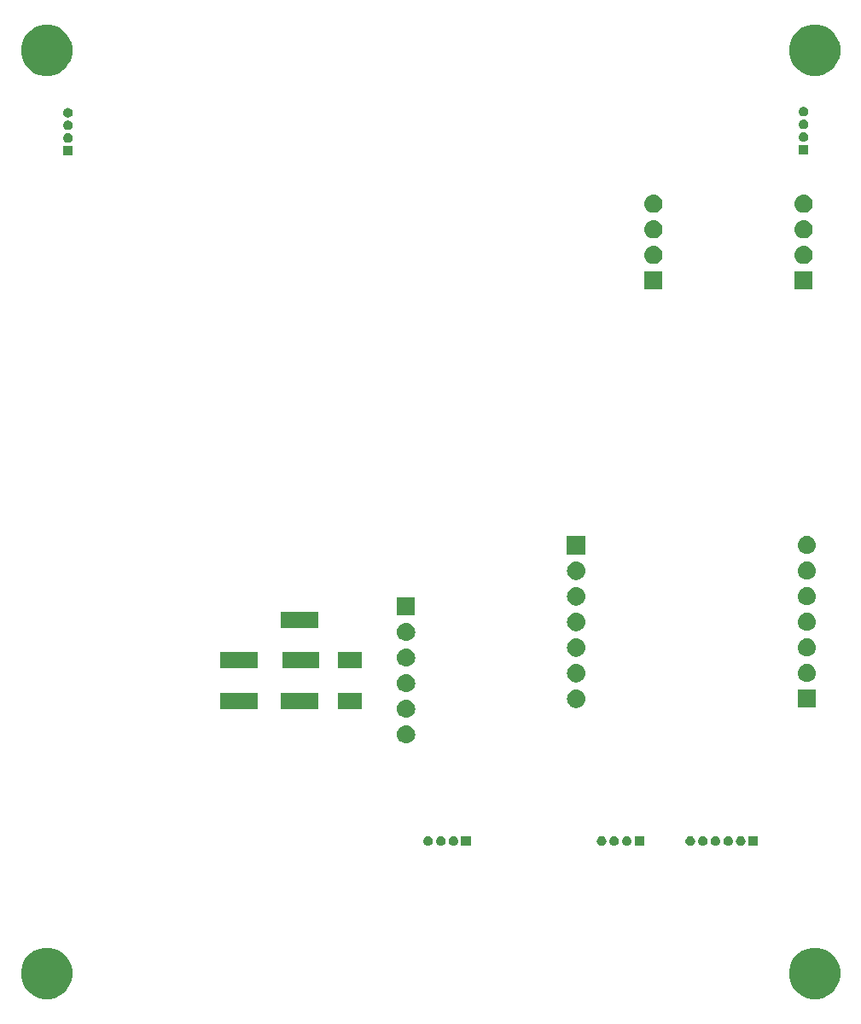
<source format=gbr>
G04 #@! TF.GenerationSoftware,KiCad,Pcbnew,(5.1.2)-2*
G04 #@! TF.CreationDate,2021-04-07T22:17:06-04:00*
G04 #@! TF.ProjectId,Magnetometer_A,4d61676e-6574-46f6-9d65-7465725f412e,rev?*
G04 #@! TF.SameCoordinates,Original*
G04 #@! TF.FileFunction,Soldermask,Top*
G04 #@! TF.FilePolarity,Negative*
%FSLAX46Y46*%
G04 Gerber Fmt 4.6, Leading zero omitted, Abs format (unit mm)*
G04 Created by KiCad (PCBNEW (5.1.2)-2) date 2021-04-07 22:17:06*
%MOMM*%
%LPD*%
G04 APERTURE LIST*
%ADD10C,0.100000*%
G04 APERTURE END LIST*
D10*
G36*
X115844098Y-125297033D02*
G01*
X116308350Y-125489332D01*
X116308352Y-125489333D01*
X116726168Y-125768509D01*
X117081491Y-126123832D01*
X117360667Y-126541648D01*
X117360668Y-126541650D01*
X117552967Y-127005902D01*
X117651000Y-127498747D01*
X117651000Y-128001253D01*
X117552967Y-128494098D01*
X117360668Y-128958350D01*
X117360667Y-128958352D01*
X117081491Y-129376168D01*
X116726168Y-129731491D01*
X116308352Y-130010667D01*
X116308351Y-130010668D01*
X116308350Y-130010668D01*
X115844098Y-130202967D01*
X115351253Y-130301000D01*
X114848747Y-130301000D01*
X114355902Y-130202967D01*
X113891650Y-130010668D01*
X113891649Y-130010668D01*
X113891648Y-130010667D01*
X113473832Y-129731491D01*
X113118509Y-129376168D01*
X112839333Y-128958352D01*
X112839332Y-128958350D01*
X112647033Y-128494098D01*
X112549000Y-128001253D01*
X112549000Y-127498747D01*
X112647033Y-127005902D01*
X112839332Y-126541650D01*
X112839333Y-126541648D01*
X113118509Y-126123832D01*
X113473832Y-125768509D01*
X113891648Y-125489333D01*
X113891650Y-125489332D01*
X114355902Y-125297033D01*
X114848747Y-125199000D01*
X115351253Y-125199000D01*
X115844098Y-125297033D01*
X115844098Y-125297033D01*
G37*
G36*
X39644098Y-125297033D02*
G01*
X40108350Y-125489332D01*
X40108352Y-125489333D01*
X40526168Y-125768509D01*
X40881491Y-126123832D01*
X41160667Y-126541648D01*
X41160668Y-126541650D01*
X41352967Y-127005902D01*
X41451000Y-127498747D01*
X41451000Y-128001253D01*
X41352967Y-128494098D01*
X41160668Y-128958350D01*
X41160667Y-128958352D01*
X40881491Y-129376168D01*
X40526168Y-129731491D01*
X40108352Y-130010667D01*
X40108351Y-130010668D01*
X40108350Y-130010668D01*
X39644098Y-130202967D01*
X39151253Y-130301000D01*
X38648747Y-130301000D01*
X38155902Y-130202967D01*
X37691650Y-130010668D01*
X37691649Y-130010668D01*
X37691648Y-130010667D01*
X37273832Y-129731491D01*
X36918509Y-129376168D01*
X36639333Y-128958352D01*
X36639332Y-128958350D01*
X36447033Y-128494098D01*
X36349000Y-128001253D01*
X36349000Y-127498747D01*
X36447033Y-127005902D01*
X36639332Y-126541650D01*
X36639333Y-126541648D01*
X36918509Y-126123832D01*
X37273832Y-125768509D01*
X37691648Y-125489333D01*
X37691650Y-125489332D01*
X38155902Y-125297033D01*
X38648747Y-125199000D01*
X39151253Y-125199000D01*
X39644098Y-125297033D01*
X39644098Y-125297033D01*
G37*
G36*
X76888843Y-114142292D02*
G01*
X76939588Y-114163311D01*
X76975470Y-114178174D01*
X77053432Y-114230267D01*
X77119733Y-114296568D01*
X77171826Y-114374530D01*
X77171826Y-114374531D01*
X77207708Y-114461157D01*
X77226000Y-114553117D01*
X77226000Y-114646883D01*
X77207708Y-114738843D01*
X77186689Y-114789588D01*
X77171826Y-114825470D01*
X77119733Y-114903432D01*
X77053432Y-114969733D01*
X76975470Y-115021826D01*
X76939588Y-115036689D01*
X76888843Y-115057708D01*
X76796883Y-115076000D01*
X76703117Y-115076000D01*
X76611157Y-115057708D01*
X76560412Y-115036689D01*
X76524530Y-115021826D01*
X76446568Y-114969733D01*
X76380267Y-114903432D01*
X76328174Y-114825470D01*
X76313311Y-114789588D01*
X76292292Y-114738843D01*
X76274000Y-114646883D01*
X76274000Y-114553117D01*
X76292292Y-114461157D01*
X76328174Y-114374531D01*
X76328174Y-114374530D01*
X76380267Y-114296568D01*
X76446568Y-114230267D01*
X76524530Y-114178174D01*
X76560412Y-114163311D01*
X76611157Y-114142292D01*
X76703117Y-114124000D01*
X76796883Y-114124000D01*
X76888843Y-114142292D01*
X76888843Y-114142292D01*
G37*
G36*
X79388843Y-114142292D02*
G01*
X79439588Y-114163311D01*
X79475470Y-114178174D01*
X79553432Y-114230267D01*
X79619733Y-114296568D01*
X79671826Y-114374530D01*
X79671826Y-114374531D01*
X79707708Y-114461157D01*
X79726000Y-114553117D01*
X79726000Y-114646883D01*
X79707708Y-114738843D01*
X79686689Y-114789588D01*
X79671826Y-114825470D01*
X79619733Y-114903432D01*
X79553432Y-114969733D01*
X79475470Y-115021826D01*
X79439588Y-115036689D01*
X79388843Y-115057708D01*
X79296883Y-115076000D01*
X79203117Y-115076000D01*
X79111157Y-115057708D01*
X79060412Y-115036689D01*
X79024530Y-115021826D01*
X78946568Y-114969733D01*
X78880267Y-114903432D01*
X78828174Y-114825470D01*
X78813311Y-114789588D01*
X78792292Y-114738843D01*
X78774000Y-114646883D01*
X78774000Y-114553117D01*
X78792292Y-114461157D01*
X78828174Y-114374531D01*
X78828174Y-114374530D01*
X78880267Y-114296568D01*
X78946568Y-114230267D01*
X79024530Y-114178174D01*
X79060412Y-114163311D01*
X79111157Y-114142292D01*
X79203117Y-114124000D01*
X79296883Y-114124000D01*
X79388843Y-114142292D01*
X79388843Y-114142292D01*
G37*
G36*
X80976000Y-115076000D02*
G01*
X80024000Y-115076000D01*
X80024000Y-114124000D01*
X80976000Y-114124000D01*
X80976000Y-115076000D01*
X80976000Y-115076000D01*
G37*
G36*
X102888843Y-114142292D02*
G01*
X102939588Y-114163311D01*
X102975470Y-114178174D01*
X103053432Y-114230267D01*
X103119733Y-114296568D01*
X103171826Y-114374530D01*
X103171826Y-114374531D01*
X103207708Y-114461157D01*
X103226000Y-114553117D01*
X103226000Y-114646883D01*
X103207708Y-114738843D01*
X103186689Y-114789588D01*
X103171826Y-114825470D01*
X103119733Y-114903432D01*
X103053432Y-114969733D01*
X102975470Y-115021826D01*
X102939588Y-115036689D01*
X102888843Y-115057708D01*
X102796883Y-115076000D01*
X102703117Y-115076000D01*
X102611157Y-115057708D01*
X102560412Y-115036689D01*
X102524530Y-115021826D01*
X102446568Y-114969733D01*
X102380267Y-114903432D01*
X102328174Y-114825470D01*
X102313311Y-114789588D01*
X102292292Y-114738843D01*
X102274000Y-114646883D01*
X102274000Y-114553117D01*
X102292292Y-114461157D01*
X102328174Y-114374531D01*
X102328174Y-114374530D01*
X102380267Y-114296568D01*
X102446568Y-114230267D01*
X102524530Y-114178174D01*
X102560412Y-114163311D01*
X102611157Y-114142292D01*
X102703117Y-114124000D01*
X102796883Y-114124000D01*
X102888843Y-114142292D01*
X102888843Y-114142292D01*
G37*
G36*
X104138843Y-114142292D02*
G01*
X104189588Y-114163311D01*
X104225470Y-114178174D01*
X104303432Y-114230267D01*
X104369733Y-114296568D01*
X104421826Y-114374530D01*
X104421826Y-114374531D01*
X104457708Y-114461157D01*
X104476000Y-114553117D01*
X104476000Y-114646883D01*
X104457708Y-114738843D01*
X104436689Y-114789588D01*
X104421826Y-114825470D01*
X104369733Y-114903432D01*
X104303432Y-114969733D01*
X104225470Y-115021826D01*
X104189588Y-115036689D01*
X104138843Y-115057708D01*
X104046883Y-115076000D01*
X103953117Y-115076000D01*
X103861157Y-115057708D01*
X103810412Y-115036689D01*
X103774530Y-115021826D01*
X103696568Y-114969733D01*
X103630267Y-114903432D01*
X103578174Y-114825470D01*
X103563311Y-114789588D01*
X103542292Y-114738843D01*
X103524000Y-114646883D01*
X103524000Y-114553117D01*
X103542292Y-114461157D01*
X103578174Y-114374531D01*
X103578174Y-114374530D01*
X103630267Y-114296568D01*
X103696568Y-114230267D01*
X103774530Y-114178174D01*
X103810412Y-114163311D01*
X103861157Y-114142292D01*
X103953117Y-114124000D01*
X104046883Y-114124000D01*
X104138843Y-114142292D01*
X104138843Y-114142292D01*
G37*
G36*
X105388843Y-114142292D02*
G01*
X105439588Y-114163311D01*
X105475470Y-114178174D01*
X105553432Y-114230267D01*
X105619733Y-114296568D01*
X105671826Y-114374530D01*
X105671826Y-114374531D01*
X105707708Y-114461157D01*
X105726000Y-114553117D01*
X105726000Y-114646883D01*
X105707708Y-114738843D01*
X105686689Y-114789588D01*
X105671826Y-114825470D01*
X105619733Y-114903432D01*
X105553432Y-114969733D01*
X105475470Y-115021826D01*
X105439588Y-115036689D01*
X105388843Y-115057708D01*
X105296883Y-115076000D01*
X105203117Y-115076000D01*
X105111157Y-115057708D01*
X105060412Y-115036689D01*
X105024530Y-115021826D01*
X104946568Y-114969733D01*
X104880267Y-114903432D01*
X104828174Y-114825470D01*
X104813311Y-114789588D01*
X104792292Y-114738843D01*
X104774000Y-114646883D01*
X104774000Y-114553117D01*
X104792292Y-114461157D01*
X104828174Y-114374531D01*
X104828174Y-114374530D01*
X104880267Y-114296568D01*
X104946568Y-114230267D01*
X105024530Y-114178174D01*
X105060412Y-114163311D01*
X105111157Y-114142292D01*
X105203117Y-114124000D01*
X105296883Y-114124000D01*
X105388843Y-114142292D01*
X105388843Y-114142292D01*
G37*
G36*
X106638843Y-114142292D02*
G01*
X106689588Y-114163311D01*
X106725470Y-114178174D01*
X106803432Y-114230267D01*
X106869733Y-114296568D01*
X106921826Y-114374530D01*
X106921826Y-114374531D01*
X106957708Y-114461157D01*
X106976000Y-114553117D01*
X106976000Y-114646883D01*
X106957708Y-114738843D01*
X106936689Y-114789588D01*
X106921826Y-114825470D01*
X106869733Y-114903432D01*
X106803432Y-114969733D01*
X106725470Y-115021826D01*
X106689588Y-115036689D01*
X106638843Y-115057708D01*
X106546883Y-115076000D01*
X106453117Y-115076000D01*
X106361157Y-115057708D01*
X106310412Y-115036689D01*
X106274530Y-115021826D01*
X106196568Y-114969733D01*
X106130267Y-114903432D01*
X106078174Y-114825470D01*
X106063311Y-114789588D01*
X106042292Y-114738843D01*
X106024000Y-114646883D01*
X106024000Y-114553117D01*
X106042292Y-114461157D01*
X106078174Y-114374531D01*
X106078174Y-114374530D01*
X106130267Y-114296568D01*
X106196568Y-114230267D01*
X106274530Y-114178174D01*
X106310412Y-114163311D01*
X106361157Y-114142292D01*
X106453117Y-114124000D01*
X106546883Y-114124000D01*
X106638843Y-114142292D01*
X106638843Y-114142292D01*
G37*
G36*
X109476000Y-115076000D02*
G01*
X108524000Y-115076000D01*
X108524000Y-114124000D01*
X109476000Y-114124000D01*
X109476000Y-115076000D01*
X109476000Y-115076000D01*
G37*
G36*
X98176000Y-115076000D02*
G01*
X97224000Y-115076000D01*
X97224000Y-114124000D01*
X98176000Y-114124000D01*
X98176000Y-115076000D01*
X98176000Y-115076000D01*
G37*
G36*
X96588843Y-114142292D02*
G01*
X96639588Y-114163311D01*
X96675470Y-114178174D01*
X96753432Y-114230267D01*
X96819733Y-114296568D01*
X96871826Y-114374530D01*
X96871826Y-114374531D01*
X96907708Y-114461157D01*
X96926000Y-114553117D01*
X96926000Y-114646883D01*
X96907708Y-114738843D01*
X96886689Y-114789588D01*
X96871826Y-114825470D01*
X96819733Y-114903432D01*
X96753432Y-114969733D01*
X96675470Y-115021826D01*
X96639588Y-115036689D01*
X96588843Y-115057708D01*
X96496883Y-115076000D01*
X96403117Y-115076000D01*
X96311157Y-115057708D01*
X96260412Y-115036689D01*
X96224530Y-115021826D01*
X96146568Y-114969733D01*
X96080267Y-114903432D01*
X96028174Y-114825470D01*
X96013311Y-114789588D01*
X95992292Y-114738843D01*
X95974000Y-114646883D01*
X95974000Y-114553117D01*
X95992292Y-114461157D01*
X96028174Y-114374531D01*
X96028174Y-114374530D01*
X96080267Y-114296568D01*
X96146568Y-114230267D01*
X96224530Y-114178174D01*
X96260412Y-114163311D01*
X96311157Y-114142292D01*
X96403117Y-114124000D01*
X96496883Y-114124000D01*
X96588843Y-114142292D01*
X96588843Y-114142292D01*
G37*
G36*
X95338843Y-114142292D02*
G01*
X95389588Y-114163311D01*
X95425470Y-114178174D01*
X95503432Y-114230267D01*
X95569733Y-114296568D01*
X95621826Y-114374530D01*
X95621826Y-114374531D01*
X95657708Y-114461157D01*
X95676000Y-114553117D01*
X95676000Y-114646883D01*
X95657708Y-114738843D01*
X95636689Y-114789588D01*
X95621826Y-114825470D01*
X95569733Y-114903432D01*
X95503432Y-114969733D01*
X95425470Y-115021826D01*
X95389588Y-115036689D01*
X95338843Y-115057708D01*
X95246883Y-115076000D01*
X95153117Y-115076000D01*
X95061157Y-115057708D01*
X95010412Y-115036689D01*
X94974530Y-115021826D01*
X94896568Y-114969733D01*
X94830267Y-114903432D01*
X94778174Y-114825470D01*
X94763311Y-114789588D01*
X94742292Y-114738843D01*
X94724000Y-114646883D01*
X94724000Y-114553117D01*
X94742292Y-114461157D01*
X94778174Y-114374531D01*
X94778174Y-114374530D01*
X94830267Y-114296568D01*
X94896568Y-114230267D01*
X94974530Y-114178174D01*
X95010412Y-114163311D01*
X95061157Y-114142292D01*
X95153117Y-114124000D01*
X95246883Y-114124000D01*
X95338843Y-114142292D01*
X95338843Y-114142292D01*
G37*
G36*
X94088843Y-114142292D02*
G01*
X94139588Y-114163311D01*
X94175470Y-114178174D01*
X94253432Y-114230267D01*
X94319733Y-114296568D01*
X94371826Y-114374530D01*
X94371826Y-114374531D01*
X94407708Y-114461157D01*
X94426000Y-114553117D01*
X94426000Y-114646883D01*
X94407708Y-114738843D01*
X94386689Y-114789588D01*
X94371826Y-114825470D01*
X94319733Y-114903432D01*
X94253432Y-114969733D01*
X94175470Y-115021826D01*
X94139588Y-115036689D01*
X94088843Y-115057708D01*
X93996883Y-115076000D01*
X93903117Y-115076000D01*
X93811157Y-115057708D01*
X93760412Y-115036689D01*
X93724530Y-115021826D01*
X93646568Y-114969733D01*
X93580267Y-114903432D01*
X93528174Y-114825470D01*
X93513311Y-114789588D01*
X93492292Y-114738843D01*
X93474000Y-114646883D01*
X93474000Y-114553117D01*
X93492292Y-114461157D01*
X93528174Y-114374531D01*
X93528174Y-114374530D01*
X93580267Y-114296568D01*
X93646568Y-114230267D01*
X93724530Y-114178174D01*
X93760412Y-114163311D01*
X93811157Y-114142292D01*
X93903117Y-114124000D01*
X93996883Y-114124000D01*
X94088843Y-114142292D01*
X94088843Y-114142292D01*
G37*
G36*
X107888843Y-114142292D02*
G01*
X107939588Y-114163311D01*
X107975470Y-114178174D01*
X108053432Y-114230267D01*
X108119733Y-114296568D01*
X108171826Y-114374530D01*
X108171826Y-114374531D01*
X108207708Y-114461157D01*
X108226000Y-114553117D01*
X108226000Y-114646883D01*
X108207708Y-114738843D01*
X108186689Y-114789588D01*
X108171826Y-114825470D01*
X108119733Y-114903432D01*
X108053432Y-114969733D01*
X107975470Y-115021826D01*
X107939588Y-115036689D01*
X107888843Y-115057708D01*
X107796883Y-115076000D01*
X107703117Y-115076000D01*
X107611157Y-115057708D01*
X107560412Y-115036689D01*
X107524530Y-115021826D01*
X107446568Y-114969733D01*
X107380267Y-114903432D01*
X107328174Y-114825470D01*
X107313311Y-114789588D01*
X107292292Y-114738843D01*
X107274000Y-114646883D01*
X107274000Y-114553117D01*
X107292292Y-114461157D01*
X107328174Y-114374531D01*
X107328174Y-114374530D01*
X107380267Y-114296568D01*
X107446568Y-114230267D01*
X107524530Y-114178174D01*
X107560412Y-114163311D01*
X107611157Y-114142292D01*
X107703117Y-114124000D01*
X107796883Y-114124000D01*
X107888843Y-114142292D01*
X107888843Y-114142292D01*
G37*
G36*
X78138843Y-114142292D02*
G01*
X78189588Y-114163311D01*
X78225470Y-114178174D01*
X78303432Y-114230267D01*
X78369733Y-114296568D01*
X78421826Y-114374530D01*
X78421826Y-114374531D01*
X78457708Y-114461157D01*
X78476000Y-114553117D01*
X78476000Y-114646883D01*
X78457708Y-114738843D01*
X78436689Y-114789588D01*
X78421826Y-114825470D01*
X78369733Y-114903432D01*
X78303432Y-114969733D01*
X78225470Y-115021826D01*
X78189588Y-115036689D01*
X78138843Y-115057708D01*
X78046883Y-115076000D01*
X77953117Y-115076000D01*
X77861157Y-115057708D01*
X77810412Y-115036689D01*
X77774530Y-115021826D01*
X77696568Y-114969733D01*
X77630267Y-114903432D01*
X77578174Y-114825470D01*
X77563311Y-114789588D01*
X77542292Y-114738843D01*
X77524000Y-114646883D01*
X77524000Y-114553117D01*
X77542292Y-114461157D01*
X77578174Y-114374531D01*
X77578174Y-114374530D01*
X77630267Y-114296568D01*
X77696568Y-114230267D01*
X77774530Y-114178174D01*
X77810412Y-114163311D01*
X77861157Y-114142292D01*
X77953117Y-114124000D01*
X78046883Y-114124000D01*
X78138843Y-114142292D01*
X78138843Y-114142292D01*
G37*
G36*
X74660442Y-103135518D02*
G01*
X74726627Y-103142037D01*
X74896466Y-103193557D01*
X75052991Y-103277222D01*
X75088729Y-103306552D01*
X75190186Y-103389814D01*
X75273448Y-103491271D01*
X75302778Y-103527009D01*
X75386443Y-103683534D01*
X75437963Y-103853373D01*
X75455359Y-104030000D01*
X75437963Y-104206627D01*
X75386443Y-104376466D01*
X75302778Y-104532991D01*
X75273448Y-104568729D01*
X75190186Y-104670186D01*
X75088729Y-104753448D01*
X75052991Y-104782778D01*
X74896466Y-104866443D01*
X74726627Y-104917963D01*
X74660442Y-104924482D01*
X74594260Y-104931000D01*
X74505740Y-104931000D01*
X74439557Y-104924481D01*
X74373373Y-104917963D01*
X74203534Y-104866443D01*
X74047009Y-104782778D01*
X74011271Y-104753448D01*
X73909814Y-104670186D01*
X73826552Y-104568729D01*
X73797222Y-104532991D01*
X73713557Y-104376466D01*
X73662037Y-104206627D01*
X73644641Y-104030000D01*
X73662037Y-103853373D01*
X73713557Y-103683534D01*
X73797222Y-103527009D01*
X73826552Y-103491271D01*
X73909814Y-103389814D01*
X74011271Y-103306552D01*
X74047009Y-103277222D01*
X74203534Y-103193557D01*
X74373373Y-103142037D01*
X74439558Y-103135518D01*
X74505740Y-103129000D01*
X74594260Y-103129000D01*
X74660442Y-103135518D01*
X74660442Y-103135518D01*
G37*
G36*
X74660442Y-100595518D02*
G01*
X74726627Y-100602037D01*
X74896466Y-100653557D01*
X75052991Y-100737222D01*
X75088729Y-100766552D01*
X75190186Y-100849814D01*
X75273448Y-100951271D01*
X75302778Y-100987009D01*
X75386443Y-101143534D01*
X75437963Y-101313373D01*
X75455359Y-101490000D01*
X75437963Y-101666627D01*
X75386443Y-101836466D01*
X75302778Y-101992991D01*
X75273448Y-102028729D01*
X75190186Y-102130186D01*
X75088729Y-102213448D01*
X75052991Y-102242778D01*
X74896466Y-102326443D01*
X74726627Y-102377963D01*
X74660443Y-102384481D01*
X74594260Y-102391000D01*
X74505740Y-102391000D01*
X74439558Y-102384482D01*
X74373373Y-102377963D01*
X74203534Y-102326443D01*
X74047009Y-102242778D01*
X74011271Y-102213448D01*
X73909814Y-102130186D01*
X73826552Y-102028729D01*
X73797222Y-101992991D01*
X73713557Y-101836466D01*
X73662037Y-101666627D01*
X73644641Y-101490000D01*
X73662037Y-101313373D01*
X73713557Y-101143534D01*
X73797222Y-100987009D01*
X73826552Y-100951271D01*
X73909814Y-100849814D01*
X74011271Y-100766552D01*
X74047009Y-100737222D01*
X74203534Y-100653557D01*
X74373373Y-100602037D01*
X74439557Y-100595519D01*
X74505740Y-100589000D01*
X74594260Y-100589000D01*
X74660442Y-100595518D01*
X74660442Y-100595518D01*
G37*
G36*
X59851000Y-101501000D02*
G01*
X56149000Y-101501000D01*
X56149000Y-99899000D01*
X59851000Y-99899000D01*
X59851000Y-101501000D01*
X59851000Y-101501000D01*
G37*
G36*
X65851000Y-101501000D02*
G01*
X62149000Y-101501000D01*
X62149000Y-99899000D01*
X65851000Y-99899000D01*
X65851000Y-101501000D01*
X65851000Y-101501000D01*
G37*
G36*
X70201000Y-101501000D02*
G01*
X67799000Y-101501000D01*
X67799000Y-99899000D01*
X70201000Y-99899000D01*
X70201000Y-101501000D01*
X70201000Y-101501000D01*
G37*
G36*
X91530442Y-99615518D02*
G01*
X91596627Y-99622037D01*
X91766466Y-99673557D01*
X91922991Y-99757222D01*
X91958595Y-99786442D01*
X92060186Y-99869814D01*
X92143448Y-99971271D01*
X92172778Y-100007009D01*
X92256443Y-100163534D01*
X92307963Y-100333373D01*
X92325359Y-100510000D01*
X92307963Y-100686627D01*
X92256443Y-100856466D01*
X92172778Y-101012991D01*
X92143448Y-101048729D01*
X92060186Y-101150186D01*
X91958729Y-101233448D01*
X91922991Y-101262778D01*
X91766466Y-101346443D01*
X91596627Y-101397963D01*
X91530443Y-101404481D01*
X91464260Y-101411000D01*
X91375740Y-101411000D01*
X91309557Y-101404481D01*
X91243373Y-101397963D01*
X91073534Y-101346443D01*
X90917009Y-101262778D01*
X90881271Y-101233448D01*
X90779814Y-101150186D01*
X90696552Y-101048729D01*
X90667222Y-101012991D01*
X90583557Y-100856466D01*
X90532037Y-100686627D01*
X90514641Y-100510000D01*
X90532037Y-100333373D01*
X90583557Y-100163534D01*
X90667222Y-100007009D01*
X90696552Y-99971271D01*
X90779814Y-99869814D01*
X90881405Y-99786442D01*
X90917009Y-99757222D01*
X91073534Y-99673557D01*
X91243373Y-99622037D01*
X91309558Y-99615518D01*
X91375740Y-99609000D01*
X91464260Y-99609000D01*
X91530442Y-99615518D01*
X91530442Y-99615518D01*
G37*
G36*
X115221000Y-101381000D02*
G01*
X113419000Y-101381000D01*
X113419000Y-99579000D01*
X115221000Y-99579000D01*
X115221000Y-101381000D01*
X115221000Y-101381000D01*
G37*
G36*
X74660443Y-98055519D02*
G01*
X74726627Y-98062037D01*
X74896466Y-98113557D01*
X75052991Y-98197222D01*
X75088729Y-98226552D01*
X75190186Y-98309814D01*
X75273448Y-98411271D01*
X75302778Y-98447009D01*
X75386443Y-98603534D01*
X75437963Y-98773373D01*
X75455359Y-98950000D01*
X75437963Y-99126627D01*
X75386443Y-99296466D01*
X75302778Y-99452991D01*
X75273448Y-99488729D01*
X75190186Y-99590186D01*
X75088729Y-99673448D01*
X75052991Y-99702778D01*
X74896466Y-99786443D01*
X74726627Y-99837963D01*
X74660442Y-99844482D01*
X74594260Y-99851000D01*
X74505740Y-99851000D01*
X74439558Y-99844482D01*
X74373373Y-99837963D01*
X74203534Y-99786443D01*
X74047009Y-99702778D01*
X74011271Y-99673448D01*
X73909814Y-99590186D01*
X73826552Y-99488729D01*
X73797222Y-99452991D01*
X73713557Y-99296466D01*
X73662037Y-99126627D01*
X73644641Y-98950000D01*
X73662037Y-98773373D01*
X73713557Y-98603534D01*
X73797222Y-98447009D01*
X73826552Y-98411271D01*
X73909814Y-98309814D01*
X74011271Y-98226552D01*
X74047009Y-98197222D01*
X74203534Y-98113557D01*
X74373373Y-98062037D01*
X74439557Y-98055519D01*
X74505740Y-98049000D01*
X74594260Y-98049000D01*
X74660443Y-98055519D01*
X74660443Y-98055519D01*
G37*
G36*
X91530443Y-97075519D02*
G01*
X91596627Y-97082037D01*
X91766466Y-97133557D01*
X91922991Y-97217222D01*
X91958595Y-97246442D01*
X92060186Y-97329814D01*
X92143448Y-97431271D01*
X92172778Y-97467009D01*
X92172779Y-97467011D01*
X92240407Y-97593532D01*
X92256443Y-97623534D01*
X92307963Y-97793373D01*
X92325359Y-97970000D01*
X92307963Y-98146627D01*
X92256443Y-98316466D01*
X92172778Y-98472991D01*
X92143448Y-98508729D01*
X92060186Y-98610186D01*
X91959546Y-98692778D01*
X91922991Y-98722778D01*
X91922989Y-98722779D01*
X91822594Y-98776442D01*
X91766466Y-98806443D01*
X91596627Y-98857963D01*
X91530443Y-98864481D01*
X91464260Y-98871000D01*
X91375740Y-98871000D01*
X91309558Y-98864482D01*
X91243373Y-98857963D01*
X91073534Y-98806443D01*
X91017407Y-98776442D01*
X90917011Y-98722779D01*
X90917009Y-98722778D01*
X90880454Y-98692778D01*
X90779814Y-98610186D01*
X90696552Y-98508729D01*
X90667222Y-98472991D01*
X90583557Y-98316466D01*
X90532037Y-98146627D01*
X90514641Y-97970000D01*
X90532037Y-97793373D01*
X90583557Y-97623534D01*
X90599594Y-97593532D01*
X90667221Y-97467011D01*
X90667222Y-97467009D01*
X90696552Y-97431271D01*
X90779814Y-97329814D01*
X90881405Y-97246442D01*
X90917009Y-97217222D01*
X91073534Y-97133557D01*
X91243373Y-97082037D01*
X91309557Y-97075519D01*
X91375740Y-97069000D01*
X91464260Y-97069000D01*
X91530443Y-97075519D01*
X91530443Y-97075519D01*
G37*
G36*
X114430443Y-97045519D02*
G01*
X114496627Y-97052037D01*
X114666466Y-97103557D01*
X114666468Y-97103558D01*
X114744729Y-97145390D01*
X114822991Y-97187222D01*
X114858729Y-97216552D01*
X114960186Y-97299814D01*
X115043448Y-97401271D01*
X115072778Y-97437009D01*
X115156443Y-97593534D01*
X115207963Y-97763373D01*
X115225359Y-97940000D01*
X115207963Y-98116627D01*
X115156443Y-98286466D01*
X115156442Y-98286468D01*
X115114610Y-98364729D01*
X115072778Y-98442991D01*
X115048159Y-98472989D01*
X114960186Y-98580186D01*
X114858729Y-98663448D01*
X114822991Y-98692778D01*
X114666466Y-98776443D01*
X114496627Y-98827963D01*
X114430442Y-98834482D01*
X114364260Y-98841000D01*
X114275740Y-98841000D01*
X114209558Y-98834482D01*
X114143373Y-98827963D01*
X113973534Y-98776443D01*
X113817009Y-98692778D01*
X113781271Y-98663448D01*
X113679814Y-98580186D01*
X113591841Y-98472989D01*
X113567222Y-98442991D01*
X113525390Y-98364729D01*
X113483558Y-98286468D01*
X113483557Y-98286466D01*
X113432037Y-98116627D01*
X113414641Y-97940000D01*
X113432037Y-97763373D01*
X113483557Y-97593534D01*
X113567222Y-97437009D01*
X113596552Y-97401271D01*
X113679814Y-97299814D01*
X113781271Y-97216552D01*
X113817009Y-97187222D01*
X113895271Y-97145390D01*
X113973532Y-97103558D01*
X113973534Y-97103557D01*
X114143373Y-97052037D01*
X114209557Y-97045519D01*
X114275740Y-97039000D01*
X114364260Y-97039000D01*
X114430443Y-97045519D01*
X114430443Y-97045519D01*
G37*
G36*
X59851000Y-97501000D02*
G01*
X56149000Y-97501000D01*
X56149000Y-95899000D01*
X59851000Y-95899000D01*
X59851000Y-97501000D01*
X59851000Y-97501000D01*
G37*
G36*
X70201000Y-97501000D02*
G01*
X67799000Y-97501000D01*
X67799000Y-95899000D01*
X70201000Y-95899000D01*
X70201000Y-97501000D01*
X70201000Y-97501000D01*
G37*
G36*
X65951000Y-97501000D02*
G01*
X62249000Y-97501000D01*
X62249000Y-95899000D01*
X65951000Y-95899000D01*
X65951000Y-97501000D01*
X65951000Y-97501000D01*
G37*
G36*
X74660442Y-95515518D02*
G01*
X74726627Y-95522037D01*
X74896466Y-95573557D01*
X75052991Y-95657222D01*
X75088729Y-95686552D01*
X75190186Y-95769814D01*
X75273448Y-95871271D01*
X75302778Y-95907009D01*
X75386443Y-96063534D01*
X75437963Y-96233373D01*
X75455359Y-96410000D01*
X75437963Y-96586627D01*
X75386443Y-96756466D01*
X75302778Y-96912991D01*
X75273448Y-96948729D01*
X75190186Y-97050186D01*
X75088729Y-97133448D01*
X75052991Y-97162778D01*
X74896466Y-97246443D01*
X74726627Y-97297963D01*
X74660443Y-97304481D01*
X74594260Y-97311000D01*
X74505740Y-97311000D01*
X74439557Y-97304481D01*
X74373373Y-97297963D01*
X74203534Y-97246443D01*
X74047009Y-97162778D01*
X74011271Y-97133448D01*
X73909814Y-97050186D01*
X73826552Y-96948729D01*
X73797222Y-96912991D01*
X73713557Y-96756466D01*
X73662037Y-96586627D01*
X73644641Y-96410000D01*
X73662037Y-96233373D01*
X73713557Y-96063534D01*
X73797222Y-95907009D01*
X73826552Y-95871271D01*
X73909814Y-95769814D01*
X74011271Y-95686552D01*
X74047009Y-95657222D01*
X74203534Y-95573557D01*
X74373373Y-95522037D01*
X74439558Y-95515518D01*
X74505740Y-95509000D01*
X74594260Y-95509000D01*
X74660442Y-95515518D01*
X74660442Y-95515518D01*
G37*
G36*
X91530443Y-94535519D02*
G01*
X91596627Y-94542037D01*
X91766466Y-94593557D01*
X91922991Y-94677222D01*
X91958595Y-94706442D01*
X92060186Y-94789814D01*
X92143448Y-94891271D01*
X92172778Y-94927009D01*
X92172779Y-94927011D01*
X92240407Y-95053532D01*
X92256443Y-95083534D01*
X92307963Y-95253373D01*
X92325359Y-95430000D01*
X92307963Y-95606627D01*
X92256443Y-95776466D01*
X92172778Y-95932991D01*
X92143448Y-95968729D01*
X92060186Y-96070186D01*
X91959546Y-96152778D01*
X91922991Y-96182778D01*
X91922989Y-96182779D01*
X91822594Y-96236442D01*
X91766466Y-96266443D01*
X91596627Y-96317963D01*
X91530443Y-96324481D01*
X91464260Y-96331000D01*
X91375740Y-96331000D01*
X91309557Y-96324481D01*
X91243373Y-96317963D01*
X91073534Y-96266443D01*
X91017407Y-96236442D01*
X90917011Y-96182779D01*
X90917009Y-96182778D01*
X90880454Y-96152778D01*
X90779814Y-96070186D01*
X90696552Y-95968729D01*
X90667222Y-95932991D01*
X90583557Y-95776466D01*
X90532037Y-95606627D01*
X90514641Y-95430000D01*
X90532037Y-95253373D01*
X90583557Y-95083534D01*
X90599594Y-95053532D01*
X90667221Y-94927011D01*
X90667222Y-94927009D01*
X90696552Y-94891271D01*
X90779814Y-94789814D01*
X90881405Y-94706442D01*
X90917009Y-94677222D01*
X91073534Y-94593557D01*
X91243373Y-94542037D01*
X91309557Y-94535519D01*
X91375740Y-94529000D01*
X91464260Y-94529000D01*
X91530443Y-94535519D01*
X91530443Y-94535519D01*
G37*
G36*
X114430443Y-94505519D02*
G01*
X114496627Y-94512037D01*
X114666466Y-94563557D01*
X114666468Y-94563558D01*
X114744729Y-94605390D01*
X114822991Y-94647222D01*
X114858729Y-94676552D01*
X114960186Y-94759814D01*
X115043448Y-94861271D01*
X115072778Y-94897009D01*
X115156443Y-95053534D01*
X115207963Y-95223373D01*
X115225359Y-95400000D01*
X115207963Y-95576627D01*
X115156443Y-95746466D01*
X115156442Y-95746468D01*
X115114611Y-95824728D01*
X115072778Y-95902991D01*
X115048159Y-95932989D01*
X114960186Y-96040186D01*
X114858729Y-96123448D01*
X114822991Y-96152778D01*
X114666466Y-96236443D01*
X114496627Y-96287963D01*
X114430443Y-96294481D01*
X114364260Y-96301000D01*
X114275740Y-96301000D01*
X114209557Y-96294481D01*
X114143373Y-96287963D01*
X113973534Y-96236443D01*
X113817009Y-96152778D01*
X113781271Y-96123448D01*
X113679814Y-96040186D01*
X113591841Y-95932989D01*
X113567222Y-95902991D01*
X113525389Y-95824728D01*
X113483558Y-95746468D01*
X113483557Y-95746466D01*
X113432037Y-95576627D01*
X113414641Y-95400000D01*
X113432037Y-95223373D01*
X113483557Y-95053534D01*
X113567222Y-94897009D01*
X113596552Y-94861271D01*
X113679814Y-94759814D01*
X113781271Y-94676552D01*
X113817009Y-94647222D01*
X113895271Y-94605390D01*
X113973532Y-94563558D01*
X113973534Y-94563557D01*
X114143373Y-94512037D01*
X114209557Y-94505519D01*
X114275740Y-94499000D01*
X114364260Y-94499000D01*
X114430443Y-94505519D01*
X114430443Y-94505519D01*
G37*
G36*
X74660443Y-92975519D02*
G01*
X74726627Y-92982037D01*
X74896466Y-93033557D01*
X75052991Y-93117222D01*
X75088729Y-93146552D01*
X75190186Y-93229814D01*
X75273448Y-93331271D01*
X75302778Y-93367009D01*
X75386443Y-93523534D01*
X75437963Y-93693373D01*
X75455359Y-93870000D01*
X75437963Y-94046627D01*
X75386443Y-94216466D01*
X75302778Y-94372991D01*
X75273448Y-94408729D01*
X75190186Y-94510186D01*
X75088729Y-94593448D01*
X75052991Y-94622778D01*
X74896466Y-94706443D01*
X74726627Y-94757963D01*
X74660442Y-94764482D01*
X74594260Y-94771000D01*
X74505740Y-94771000D01*
X74439558Y-94764482D01*
X74373373Y-94757963D01*
X74203534Y-94706443D01*
X74047009Y-94622778D01*
X74011271Y-94593448D01*
X73909814Y-94510186D01*
X73826552Y-94408729D01*
X73797222Y-94372991D01*
X73713557Y-94216466D01*
X73662037Y-94046627D01*
X73644641Y-93870000D01*
X73662037Y-93693373D01*
X73713557Y-93523534D01*
X73797222Y-93367009D01*
X73826552Y-93331271D01*
X73909814Y-93229814D01*
X74011271Y-93146552D01*
X74047009Y-93117222D01*
X74203534Y-93033557D01*
X74373373Y-92982037D01*
X74439557Y-92975519D01*
X74505740Y-92969000D01*
X74594260Y-92969000D01*
X74660443Y-92975519D01*
X74660443Y-92975519D01*
G37*
G36*
X91530442Y-91995518D02*
G01*
X91596627Y-92002037D01*
X91766466Y-92053557D01*
X91922991Y-92137222D01*
X91958729Y-92166552D01*
X92060186Y-92249814D01*
X92143448Y-92351271D01*
X92172778Y-92387009D01*
X92172779Y-92387011D01*
X92240407Y-92513532D01*
X92256443Y-92543534D01*
X92307963Y-92713373D01*
X92325359Y-92890000D01*
X92307963Y-93066627D01*
X92256443Y-93236466D01*
X92172778Y-93392991D01*
X92143448Y-93428729D01*
X92060186Y-93530186D01*
X91959546Y-93612778D01*
X91922991Y-93642778D01*
X91922989Y-93642779D01*
X91822594Y-93696442D01*
X91766466Y-93726443D01*
X91596627Y-93777963D01*
X91530442Y-93784482D01*
X91464260Y-93791000D01*
X91375740Y-93791000D01*
X91309558Y-93784482D01*
X91243373Y-93777963D01*
X91073534Y-93726443D01*
X91017407Y-93696442D01*
X90917011Y-93642779D01*
X90917009Y-93642778D01*
X90880454Y-93612778D01*
X90779814Y-93530186D01*
X90696552Y-93428729D01*
X90667222Y-93392991D01*
X90583557Y-93236466D01*
X90532037Y-93066627D01*
X90514641Y-92890000D01*
X90532037Y-92713373D01*
X90583557Y-92543534D01*
X90599594Y-92513532D01*
X90667221Y-92387011D01*
X90667222Y-92387009D01*
X90696552Y-92351271D01*
X90779814Y-92249814D01*
X90881271Y-92166552D01*
X90917009Y-92137222D01*
X91073534Y-92053557D01*
X91243373Y-92002037D01*
X91309558Y-91995518D01*
X91375740Y-91989000D01*
X91464260Y-91989000D01*
X91530442Y-91995518D01*
X91530442Y-91995518D01*
G37*
G36*
X114430442Y-91965518D02*
G01*
X114496627Y-91972037D01*
X114666466Y-92023557D01*
X114666468Y-92023558D01*
X114744728Y-92065389D01*
X114822991Y-92107222D01*
X114858729Y-92136552D01*
X114960186Y-92219814D01*
X115043448Y-92321271D01*
X115072778Y-92357009D01*
X115156443Y-92513534D01*
X115207963Y-92683373D01*
X115225359Y-92860000D01*
X115207963Y-93036627D01*
X115156443Y-93206466D01*
X115156442Y-93206468D01*
X115114610Y-93284729D01*
X115072778Y-93362991D01*
X115048159Y-93392989D01*
X114960186Y-93500186D01*
X114858729Y-93583448D01*
X114822991Y-93612778D01*
X114666466Y-93696443D01*
X114496627Y-93747963D01*
X114430443Y-93754481D01*
X114364260Y-93761000D01*
X114275740Y-93761000D01*
X114209557Y-93754481D01*
X114143373Y-93747963D01*
X113973534Y-93696443D01*
X113817009Y-93612778D01*
X113781271Y-93583448D01*
X113679814Y-93500186D01*
X113591841Y-93392989D01*
X113567222Y-93362991D01*
X113525390Y-93284729D01*
X113483558Y-93206468D01*
X113483557Y-93206466D01*
X113432037Y-93036627D01*
X113414641Y-92860000D01*
X113432037Y-92683373D01*
X113483557Y-92513534D01*
X113567222Y-92357009D01*
X113596552Y-92321271D01*
X113679814Y-92219814D01*
X113781271Y-92136552D01*
X113817009Y-92107222D01*
X113895271Y-92065390D01*
X113973532Y-92023558D01*
X113973534Y-92023557D01*
X114143373Y-91972037D01*
X114209558Y-91965518D01*
X114275740Y-91959000D01*
X114364260Y-91959000D01*
X114430442Y-91965518D01*
X114430442Y-91965518D01*
G37*
G36*
X65851000Y-93501000D02*
G01*
X62149000Y-93501000D01*
X62149000Y-91899000D01*
X65851000Y-91899000D01*
X65851000Y-93501000D01*
X65851000Y-93501000D01*
G37*
G36*
X75451000Y-92231000D02*
G01*
X73649000Y-92231000D01*
X73649000Y-90429000D01*
X75451000Y-90429000D01*
X75451000Y-92231000D01*
X75451000Y-92231000D01*
G37*
G36*
X91530442Y-89455518D02*
G01*
X91596627Y-89462037D01*
X91766466Y-89513557D01*
X91922991Y-89597222D01*
X91958729Y-89626552D01*
X92060186Y-89709814D01*
X92143448Y-89811271D01*
X92172778Y-89847009D01*
X92172779Y-89847011D01*
X92240407Y-89973532D01*
X92256443Y-90003534D01*
X92307963Y-90173373D01*
X92325359Y-90350000D01*
X92307963Y-90526627D01*
X92256443Y-90696466D01*
X92172778Y-90852991D01*
X92143448Y-90888729D01*
X92060186Y-90990186D01*
X91959546Y-91072778D01*
X91922991Y-91102778D01*
X91922989Y-91102779D01*
X91822594Y-91156442D01*
X91766466Y-91186443D01*
X91596627Y-91237963D01*
X91530443Y-91244481D01*
X91464260Y-91251000D01*
X91375740Y-91251000D01*
X91309557Y-91244481D01*
X91243373Y-91237963D01*
X91073534Y-91186443D01*
X91017407Y-91156442D01*
X90917011Y-91102779D01*
X90917009Y-91102778D01*
X90880454Y-91072778D01*
X90779814Y-90990186D01*
X90696552Y-90888729D01*
X90667222Y-90852991D01*
X90583557Y-90696466D01*
X90532037Y-90526627D01*
X90514641Y-90350000D01*
X90532037Y-90173373D01*
X90583557Y-90003534D01*
X90599594Y-89973532D01*
X90667221Y-89847011D01*
X90667222Y-89847009D01*
X90696552Y-89811271D01*
X90779814Y-89709814D01*
X90881271Y-89626552D01*
X90917009Y-89597222D01*
X91073534Y-89513557D01*
X91243373Y-89462037D01*
X91309558Y-89455518D01*
X91375740Y-89449000D01*
X91464260Y-89449000D01*
X91530442Y-89455518D01*
X91530442Y-89455518D01*
G37*
G36*
X114430443Y-89425519D02*
G01*
X114496627Y-89432037D01*
X114666466Y-89483557D01*
X114666468Y-89483558D01*
X114744729Y-89525390D01*
X114822991Y-89567222D01*
X114858729Y-89596552D01*
X114960186Y-89679814D01*
X115043448Y-89781271D01*
X115072778Y-89817009D01*
X115156443Y-89973534D01*
X115207963Y-90143373D01*
X115225359Y-90320000D01*
X115207963Y-90496627D01*
X115156443Y-90666466D01*
X115156442Y-90666468D01*
X115114611Y-90744728D01*
X115072778Y-90822991D01*
X115048159Y-90852989D01*
X114960186Y-90960186D01*
X114858729Y-91043448D01*
X114822991Y-91072778D01*
X114666466Y-91156443D01*
X114496627Y-91207963D01*
X114430443Y-91214481D01*
X114364260Y-91221000D01*
X114275740Y-91221000D01*
X114209557Y-91214481D01*
X114143373Y-91207963D01*
X113973534Y-91156443D01*
X113817009Y-91072778D01*
X113781271Y-91043448D01*
X113679814Y-90960186D01*
X113591841Y-90852989D01*
X113567222Y-90822991D01*
X113525390Y-90744729D01*
X113483558Y-90666468D01*
X113483557Y-90666466D01*
X113432037Y-90496627D01*
X113414641Y-90320000D01*
X113432037Y-90143373D01*
X113483557Y-89973534D01*
X113567222Y-89817009D01*
X113596552Y-89781271D01*
X113679814Y-89679814D01*
X113781271Y-89596552D01*
X113817009Y-89567222D01*
X113895272Y-89525389D01*
X113973532Y-89483558D01*
X113973534Y-89483557D01*
X114143373Y-89432037D01*
X114209557Y-89425519D01*
X114275740Y-89419000D01*
X114364260Y-89419000D01*
X114430443Y-89425519D01*
X114430443Y-89425519D01*
G37*
G36*
X91530443Y-86915519D02*
G01*
X91596627Y-86922037D01*
X91766466Y-86973557D01*
X91922991Y-87057222D01*
X91958729Y-87086552D01*
X92060186Y-87169814D01*
X92143448Y-87271271D01*
X92172778Y-87307009D01*
X92172779Y-87307011D01*
X92240407Y-87433532D01*
X92256443Y-87463534D01*
X92307963Y-87633373D01*
X92325359Y-87810000D01*
X92307963Y-87986627D01*
X92256443Y-88156466D01*
X92172778Y-88312991D01*
X92143448Y-88348729D01*
X92060186Y-88450186D01*
X91959546Y-88532778D01*
X91922991Y-88562778D01*
X91922989Y-88562779D01*
X91822594Y-88616442D01*
X91766466Y-88646443D01*
X91596627Y-88697963D01*
X91530442Y-88704482D01*
X91464260Y-88711000D01*
X91375740Y-88711000D01*
X91309558Y-88704482D01*
X91243373Y-88697963D01*
X91073534Y-88646443D01*
X91017407Y-88616442D01*
X90917011Y-88562779D01*
X90917009Y-88562778D01*
X90880454Y-88532778D01*
X90779814Y-88450186D01*
X90696552Y-88348729D01*
X90667222Y-88312991D01*
X90583557Y-88156466D01*
X90532037Y-87986627D01*
X90514641Y-87810000D01*
X90532037Y-87633373D01*
X90583557Y-87463534D01*
X90599594Y-87433532D01*
X90667221Y-87307011D01*
X90667222Y-87307009D01*
X90696552Y-87271271D01*
X90779814Y-87169814D01*
X90881271Y-87086552D01*
X90917009Y-87057222D01*
X91073534Y-86973557D01*
X91243373Y-86922037D01*
X91309557Y-86915519D01*
X91375740Y-86909000D01*
X91464260Y-86909000D01*
X91530443Y-86915519D01*
X91530443Y-86915519D01*
G37*
G36*
X114430443Y-86885519D02*
G01*
X114496627Y-86892037D01*
X114666466Y-86943557D01*
X114666468Y-86943558D01*
X114744729Y-86985390D01*
X114822991Y-87027222D01*
X114858729Y-87056552D01*
X114960186Y-87139814D01*
X115043448Y-87241271D01*
X115072778Y-87277009D01*
X115156443Y-87433534D01*
X115207963Y-87603373D01*
X115225359Y-87780000D01*
X115207963Y-87956627D01*
X115156443Y-88126466D01*
X115156442Y-88126468D01*
X115114611Y-88204728D01*
X115072778Y-88282991D01*
X115048159Y-88312989D01*
X114960186Y-88420186D01*
X114858729Y-88503448D01*
X114822991Y-88532778D01*
X114666466Y-88616443D01*
X114496627Y-88667963D01*
X114430442Y-88674482D01*
X114364260Y-88681000D01*
X114275740Y-88681000D01*
X114209558Y-88674482D01*
X114143373Y-88667963D01*
X113973534Y-88616443D01*
X113817009Y-88532778D01*
X113781271Y-88503448D01*
X113679814Y-88420186D01*
X113591841Y-88312989D01*
X113567222Y-88282991D01*
X113525390Y-88204729D01*
X113483558Y-88126468D01*
X113483557Y-88126466D01*
X113432037Y-87956627D01*
X113414641Y-87780000D01*
X113432037Y-87603373D01*
X113483557Y-87433534D01*
X113567222Y-87277009D01*
X113596552Y-87241271D01*
X113679814Y-87139814D01*
X113781271Y-87056552D01*
X113817009Y-87027222D01*
X113895271Y-86985390D01*
X113973532Y-86943558D01*
X113973534Y-86943557D01*
X114143373Y-86892037D01*
X114209557Y-86885519D01*
X114275740Y-86879000D01*
X114364260Y-86879000D01*
X114430443Y-86885519D01*
X114430443Y-86885519D01*
G37*
G36*
X92321000Y-86171000D02*
G01*
X90519000Y-86171000D01*
X90519000Y-84369000D01*
X92321000Y-84369000D01*
X92321000Y-86171000D01*
X92321000Y-86171000D01*
G37*
G36*
X114430442Y-84345518D02*
G01*
X114496627Y-84352037D01*
X114666466Y-84403557D01*
X114822991Y-84487222D01*
X114858729Y-84516552D01*
X114960186Y-84599814D01*
X115043448Y-84701271D01*
X115072778Y-84737009D01*
X115156443Y-84893534D01*
X115207963Y-85063373D01*
X115225359Y-85240000D01*
X115207963Y-85416627D01*
X115156443Y-85586466D01*
X115072778Y-85742991D01*
X115043448Y-85778729D01*
X114960186Y-85880186D01*
X114858729Y-85963448D01*
X114822991Y-85992778D01*
X114666466Y-86076443D01*
X114496627Y-86127963D01*
X114430442Y-86134482D01*
X114364260Y-86141000D01*
X114275740Y-86141000D01*
X114209558Y-86134482D01*
X114143373Y-86127963D01*
X113973534Y-86076443D01*
X113817009Y-85992778D01*
X113781271Y-85963448D01*
X113679814Y-85880186D01*
X113596552Y-85778729D01*
X113567222Y-85742991D01*
X113483557Y-85586466D01*
X113432037Y-85416627D01*
X113414641Y-85240000D01*
X113432037Y-85063373D01*
X113483557Y-84893534D01*
X113567222Y-84737009D01*
X113596552Y-84701271D01*
X113679814Y-84599814D01*
X113781271Y-84516552D01*
X113817009Y-84487222D01*
X113973534Y-84403557D01*
X114143373Y-84352037D01*
X114209558Y-84345518D01*
X114275740Y-84339000D01*
X114364260Y-84339000D01*
X114430442Y-84345518D01*
X114430442Y-84345518D01*
G37*
G36*
X114901000Y-59901000D02*
G01*
X113099000Y-59901000D01*
X113099000Y-58099000D01*
X114901000Y-58099000D01*
X114901000Y-59901000D01*
X114901000Y-59901000D01*
G37*
G36*
X100001000Y-59901000D02*
G01*
X98199000Y-59901000D01*
X98199000Y-58099000D01*
X100001000Y-58099000D01*
X100001000Y-59901000D01*
X100001000Y-59901000D01*
G37*
G36*
X99210442Y-55565518D02*
G01*
X99276627Y-55572037D01*
X99446466Y-55623557D01*
X99602991Y-55707222D01*
X99638729Y-55736552D01*
X99740186Y-55819814D01*
X99823448Y-55921271D01*
X99852778Y-55957009D01*
X99936443Y-56113534D01*
X99987963Y-56283373D01*
X100005359Y-56460000D01*
X99987963Y-56636627D01*
X99936443Y-56806466D01*
X99852778Y-56962991D01*
X99823448Y-56998729D01*
X99740186Y-57100186D01*
X99638729Y-57183448D01*
X99602991Y-57212778D01*
X99446466Y-57296443D01*
X99276627Y-57347963D01*
X99210442Y-57354482D01*
X99144260Y-57361000D01*
X99055740Y-57361000D01*
X98989558Y-57354482D01*
X98923373Y-57347963D01*
X98753534Y-57296443D01*
X98597009Y-57212778D01*
X98561271Y-57183448D01*
X98459814Y-57100186D01*
X98376552Y-56998729D01*
X98347222Y-56962991D01*
X98263557Y-56806466D01*
X98212037Y-56636627D01*
X98194641Y-56460000D01*
X98212037Y-56283373D01*
X98263557Y-56113534D01*
X98347222Y-55957009D01*
X98376552Y-55921271D01*
X98459814Y-55819814D01*
X98561271Y-55736552D01*
X98597009Y-55707222D01*
X98753534Y-55623557D01*
X98923373Y-55572037D01*
X98989558Y-55565518D01*
X99055740Y-55559000D01*
X99144260Y-55559000D01*
X99210442Y-55565518D01*
X99210442Y-55565518D01*
G37*
G36*
X114110442Y-55565518D02*
G01*
X114176627Y-55572037D01*
X114346466Y-55623557D01*
X114502991Y-55707222D01*
X114538729Y-55736552D01*
X114640186Y-55819814D01*
X114723448Y-55921271D01*
X114752778Y-55957009D01*
X114836443Y-56113534D01*
X114887963Y-56283373D01*
X114905359Y-56460000D01*
X114887963Y-56636627D01*
X114836443Y-56806466D01*
X114752778Y-56962991D01*
X114723448Y-56998729D01*
X114640186Y-57100186D01*
X114538729Y-57183448D01*
X114502991Y-57212778D01*
X114346466Y-57296443D01*
X114176627Y-57347963D01*
X114110442Y-57354482D01*
X114044260Y-57361000D01*
X113955740Y-57361000D01*
X113889558Y-57354482D01*
X113823373Y-57347963D01*
X113653534Y-57296443D01*
X113497009Y-57212778D01*
X113461271Y-57183448D01*
X113359814Y-57100186D01*
X113276552Y-56998729D01*
X113247222Y-56962991D01*
X113163557Y-56806466D01*
X113112037Y-56636627D01*
X113094641Y-56460000D01*
X113112037Y-56283373D01*
X113163557Y-56113534D01*
X113247222Y-55957009D01*
X113276552Y-55921271D01*
X113359814Y-55819814D01*
X113461271Y-55736552D01*
X113497009Y-55707222D01*
X113653534Y-55623557D01*
X113823373Y-55572037D01*
X113889558Y-55565518D01*
X113955740Y-55559000D01*
X114044260Y-55559000D01*
X114110442Y-55565518D01*
X114110442Y-55565518D01*
G37*
G36*
X99210443Y-53025519D02*
G01*
X99276627Y-53032037D01*
X99446466Y-53083557D01*
X99602991Y-53167222D01*
X99638729Y-53196552D01*
X99740186Y-53279814D01*
X99823448Y-53381271D01*
X99852778Y-53417009D01*
X99936443Y-53573534D01*
X99987963Y-53743373D01*
X100005359Y-53920000D01*
X99987963Y-54096627D01*
X99936443Y-54266466D01*
X99852778Y-54422991D01*
X99823448Y-54458729D01*
X99740186Y-54560186D01*
X99638729Y-54643448D01*
X99602991Y-54672778D01*
X99446466Y-54756443D01*
X99276627Y-54807963D01*
X99210442Y-54814482D01*
X99144260Y-54821000D01*
X99055740Y-54821000D01*
X98989558Y-54814482D01*
X98923373Y-54807963D01*
X98753534Y-54756443D01*
X98597009Y-54672778D01*
X98561271Y-54643448D01*
X98459814Y-54560186D01*
X98376552Y-54458729D01*
X98347222Y-54422991D01*
X98263557Y-54266466D01*
X98212037Y-54096627D01*
X98194641Y-53920000D01*
X98212037Y-53743373D01*
X98263557Y-53573534D01*
X98347222Y-53417009D01*
X98376552Y-53381271D01*
X98459814Y-53279814D01*
X98561271Y-53196552D01*
X98597009Y-53167222D01*
X98753534Y-53083557D01*
X98923373Y-53032037D01*
X98989557Y-53025519D01*
X99055740Y-53019000D01*
X99144260Y-53019000D01*
X99210443Y-53025519D01*
X99210443Y-53025519D01*
G37*
G36*
X114110443Y-53025519D02*
G01*
X114176627Y-53032037D01*
X114346466Y-53083557D01*
X114502991Y-53167222D01*
X114538729Y-53196552D01*
X114640186Y-53279814D01*
X114723448Y-53381271D01*
X114752778Y-53417009D01*
X114836443Y-53573534D01*
X114887963Y-53743373D01*
X114905359Y-53920000D01*
X114887963Y-54096627D01*
X114836443Y-54266466D01*
X114752778Y-54422991D01*
X114723448Y-54458729D01*
X114640186Y-54560186D01*
X114538729Y-54643448D01*
X114502991Y-54672778D01*
X114346466Y-54756443D01*
X114176627Y-54807963D01*
X114110442Y-54814482D01*
X114044260Y-54821000D01*
X113955740Y-54821000D01*
X113889558Y-54814482D01*
X113823373Y-54807963D01*
X113653534Y-54756443D01*
X113497009Y-54672778D01*
X113461271Y-54643448D01*
X113359814Y-54560186D01*
X113276552Y-54458729D01*
X113247222Y-54422991D01*
X113163557Y-54266466D01*
X113112037Y-54096627D01*
X113094641Y-53920000D01*
X113112037Y-53743373D01*
X113163557Y-53573534D01*
X113247222Y-53417009D01*
X113276552Y-53381271D01*
X113359814Y-53279814D01*
X113461271Y-53196552D01*
X113497009Y-53167222D01*
X113653534Y-53083557D01*
X113823373Y-53032037D01*
X113889557Y-53025519D01*
X113955740Y-53019000D01*
X114044260Y-53019000D01*
X114110443Y-53025519D01*
X114110443Y-53025519D01*
G37*
G36*
X114110443Y-50485519D02*
G01*
X114176627Y-50492037D01*
X114346466Y-50543557D01*
X114502991Y-50627222D01*
X114538729Y-50656552D01*
X114640186Y-50739814D01*
X114723448Y-50841271D01*
X114752778Y-50877009D01*
X114836443Y-51033534D01*
X114887963Y-51203373D01*
X114905359Y-51380000D01*
X114887963Y-51556627D01*
X114836443Y-51726466D01*
X114752778Y-51882991D01*
X114723448Y-51918729D01*
X114640186Y-52020186D01*
X114538729Y-52103448D01*
X114502991Y-52132778D01*
X114346466Y-52216443D01*
X114176627Y-52267963D01*
X114110443Y-52274481D01*
X114044260Y-52281000D01*
X113955740Y-52281000D01*
X113889557Y-52274481D01*
X113823373Y-52267963D01*
X113653534Y-52216443D01*
X113497009Y-52132778D01*
X113461271Y-52103448D01*
X113359814Y-52020186D01*
X113276552Y-51918729D01*
X113247222Y-51882991D01*
X113163557Y-51726466D01*
X113112037Y-51556627D01*
X113094641Y-51380000D01*
X113112037Y-51203373D01*
X113163557Y-51033534D01*
X113247222Y-50877009D01*
X113276552Y-50841271D01*
X113359814Y-50739814D01*
X113461271Y-50656552D01*
X113497009Y-50627222D01*
X113653534Y-50543557D01*
X113823373Y-50492037D01*
X113889558Y-50485518D01*
X113955740Y-50479000D01*
X114044260Y-50479000D01*
X114110443Y-50485519D01*
X114110443Y-50485519D01*
G37*
G36*
X99210443Y-50485519D02*
G01*
X99276627Y-50492037D01*
X99446466Y-50543557D01*
X99602991Y-50627222D01*
X99638729Y-50656552D01*
X99740186Y-50739814D01*
X99823448Y-50841271D01*
X99852778Y-50877009D01*
X99936443Y-51033534D01*
X99987963Y-51203373D01*
X100005359Y-51380000D01*
X99987963Y-51556627D01*
X99936443Y-51726466D01*
X99852778Y-51882991D01*
X99823448Y-51918729D01*
X99740186Y-52020186D01*
X99638729Y-52103448D01*
X99602991Y-52132778D01*
X99446466Y-52216443D01*
X99276627Y-52267963D01*
X99210443Y-52274481D01*
X99144260Y-52281000D01*
X99055740Y-52281000D01*
X98989557Y-52274481D01*
X98923373Y-52267963D01*
X98753534Y-52216443D01*
X98597009Y-52132778D01*
X98561271Y-52103448D01*
X98459814Y-52020186D01*
X98376552Y-51918729D01*
X98347222Y-51882991D01*
X98263557Y-51726466D01*
X98212037Y-51556627D01*
X98194641Y-51380000D01*
X98212037Y-51203373D01*
X98263557Y-51033534D01*
X98347222Y-50877009D01*
X98376552Y-50841271D01*
X98459814Y-50739814D01*
X98561271Y-50656552D01*
X98597009Y-50627222D01*
X98753534Y-50543557D01*
X98923373Y-50492037D01*
X98989558Y-50485518D01*
X99055740Y-50479000D01*
X99144260Y-50479000D01*
X99210443Y-50485519D01*
X99210443Y-50485519D01*
G37*
G36*
X41476000Y-46576000D02*
G01*
X40524000Y-46576000D01*
X40524000Y-45624000D01*
X41476000Y-45624000D01*
X41476000Y-46576000D01*
X41476000Y-46576000D01*
G37*
G36*
X114476000Y-46476000D02*
G01*
X113524000Y-46476000D01*
X113524000Y-45524000D01*
X114476000Y-45524000D01*
X114476000Y-46476000D01*
X114476000Y-46476000D01*
G37*
G36*
X41138843Y-44392292D02*
G01*
X41189588Y-44413311D01*
X41225470Y-44428174D01*
X41303432Y-44480267D01*
X41369733Y-44546568D01*
X41421826Y-44624530D01*
X41421826Y-44624531D01*
X41457708Y-44711157D01*
X41476000Y-44803117D01*
X41476000Y-44896883D01*
X41457708Y-44988843D01*
X41436689Y-45039588D01*
X41421826Y-45075470D01*
X41369733Y-45153432D01*
X41303432Y-45219733D01*
X41225470Y-45271826D01*
X41189588Y-45286689D01*
X41138843Y-45307708D01*
X41046883Y-45326000D01*
X40953117Y-45326000D01*
X40861157Y-45307708D01*
X40810412Y-45286689D01*
X40774530Y-45271826D01*
X40696568Y-45219733D01*
X40630267Y-45153432D01*
X40578174Y-45075470D01*
X40563311Y-45039588D01*
X40542292Y-44988843D01*
X40524000Y-44896883D01*
X40524000Y-44803117D01*
X40542292Y-44711157D01*
X40578174Y-44624531D01*
X40578174Y-44624530D01*
X40630267Y-44546568D01*
X40696568Y-44480267D01*
X40774530Y-44428174D01*
X40810412Y-44413311D01*
X40861157Y-44392292D01*
X40953117Y-44374000D01*
X41046883Y-44374000D01*
X41138843Y-44392292D01*
X41138843Y-44392292D01*
G37*
G36*
X114138843Y-44292292D02*
G01*
X114189588Y-44313311D01*
X114225470Y-44328174D01*
X114303432Y-44380267D01*
X114369733Y-44446568D01*
X114421826Y-44524530D01*
X114421826Y-44524531D01*
X114457708Y-44611157D01*
X114476000Y-44703117D01*
X114476000Y-44796883D01*
X114457708Y-44888843D01*
X114436689Y-44939588D01*
X114421826Y-44975470D01*
X114369733Y-45053432D01*
X114303432Y-45119733D01*
X114225470Y-45171826D01*
X114189588Y-45186689D01*
X114138843Y-45207708D01*
X114046883Y-45226000D01*
X113953117Y-45226000D01*
X113861157Y-45207708D01*
X113810412Y-45186689D01*
X113774530Y-45171826D01*
X113696568Y-45119733D01*
X113630267Y-45053432D01*
X113578174Y-44975470D01*
X113563311Y-44939588D01*
X113542292Y-44888843D01*
X113524000Y-44796883D01*
X113524000Y-44703117D01*
X113542292Y-44611157D01*
X113578174Y-44524531D01*
X113578174Y-44524530D01*
X113630267Y-44446568D01*
X113696568Y-44380267D01*
X113774530Y-44328174D01*
X113810412Y-44313311D01*
X113861157Y-44292292D01*
X113953117Y-44274000D01*
X114046883Y-44274000D01*
X114138843Y-44292292D01*
X114138843Y-44292292D01*
G37*
G36*
X41138843Y-43142292D02*
G01*
X41189588Y-43163311D01*
X41225470Y-43178174D01*
X41303432Y-43230267D01*
X41369733Y-43296568D01*
X41421826Y-43374530D01*
X41421826Y-43374531D01*
X41457708Y-43461157D01*
X41476000Y-43553117D01*
X41476000Y-43646883D01*
X41457708Y-43738843D01*
X41436689Y-43789588D01*
X41421826Y-43825470D01*
X41369733Y-43903432D01*
X41303432Y-43969733D01*
X41225470Y-44021826D01*
X41189588Y-44036689D01*
X41138843Y-44057708D01*
X41046883Y-44076000D01*
X40953117Y-44076000D01*
X40861157Y-44057708D01*
X40810412Y-44036689D01*
X40774530Y-44021826D01*
X40696568Y-43969733D01*
X40630267Y-43903432D01*
X40578174Y-43825470D01*
X40563311Y-43789588D01*
X40542292Y-43738843D01*
X40524000Y-43646883D01*
X40524000Y-43553117D01*
X40542292Y-43461157D01*
X40578174Y-43374531D01*
X40578174Y-43374530D01*
X40630267Y-43296568D01*
X40696568Y-43230267D01*
X40774530Y-43178174D01*
X40810412Y-43163311D01*
X40861157Y-43142292D01*
X40953117Y-43124000D01*
X41046883Y-43124000D01*
X41138843Y-43142292D01*
X41138843Y-43142292D01*
G37*
G36*
X114138843Y-43042292D02*
G01*
X114189588Y-43063311D01*
X114225470Y-43078174D01*
X114303432Y-43130267D01*
X114369733Y-43196568D01*
X114421826Y-43274530D01*
X114421826Y-43274531D01*
X114457708Y-43361157D01*
X114476000Y-43453117D01*
X114476000Y-43546883D01*
X114457708Y-43638843D01*
X114436689Y-43689588D01*
X114421826Y-43725470D01*
X114369733Y-43803432D01*
X114303432Y-43869733D01*
X114225470Y-43921826D01*
X114189588Y-43936689D01*
X114138843Y-43957708D01*
X114046883Y-43976000D01*
X113953117Y-43976000D01*
X113861157Y-43957708D01*
X113810412Y-43936689D01*
X113774530Y-43921826D01*
X113696568Y-43869733D01*
X113630267Y-43803432D01*
X113578174Y-43725470D01*
X113563311Y-43689588D01*
X113542292Y-43638843D01*
X113524000Y-43546883D01*
X113524000Y-43453117D01*
X113542292Y-43361157D01*
X113578174Y-43274531D01*
X113578174Y-43274530D01*
X113630267Y-43196568D01*
X113696568Y-43130267D01*
X113774530Y-43078174D01*
X113810412Y-43063311D01*
X113861157Y-43042292D01*
X113953117Y-43024000D01*
X114046883Y-43024000D01*
X114138843Y-43042292D01*
X114138843Y-43042292D01*
G37*
G36*
X41138843Y-41892292D02*
G01*
X41189588Y-41913311D01*
X41225470Y-41928174D01*
X41303432Y-41980267D01*
X41369733Y-42046568D01*
X41421826Y-42124530D01*
X41421826Y-42124531D01*
X41457708Y-42211157D01*
X41476000Y-42303117D01*
X41476000Y-42396883D01*
X41457708Y-42488843D01*
X41436689Y-42539588D01*
X41421826Y-42575470D01*
X41369733Y-42653432D01*
X41303432Y-42719733D01*
X41225470Y-42771826D01*
X41189588Y-42786689D01*
X41138843Y-42807708D01*
X41046883Y-42826000D01*
X40953117Y-42826000D01*
X40861157Y-42807708D01*
X40810412Y-42786689D01*
X40774530Y-42771826D01*
X40696568Y-42719733D01*
X40630267Y-42653432D01*
X40578174Y-42575470D01*
X40563311Y-42539588D01*
X40542292Y-42488843D01*
X40524000Y-42396883D01*
X40524000Y-42303117D01*
X40542292Y-42211157D01*
X40578174Y-42124531D01*
X40578174Y-42124530D01*
X40630267Y-42046568D01*
X40696568Y-41980267D01*
X40774530Y-41928174D01*
X40810412Y-41913311D01*
X40861157Y-41892292D01*
X40953117Y-41874000D01*
X41046883Y-41874000D01*
X41138843Y-41892292D01*
X41138843Y-41892292D01*
G37*
G36*
X114138843Y-41792292D02*
G01*
X114189588Y-41813311D01*
X114225470Y-41828174D01*
X114303432Y-41880267D01*
X114369733Y-41946568D01*
X114421826Y-42024530D01*
X114421826Y-42024531D01*
X114457708Y-42111157D01*
X114476000Y-42203117D01*
X114476000Y-42296883D01*
X114457708Y-42388843D01*
X114436689Y-42439588D01*
X114421826Y-42475470D01*
X114369733Y-42553432D01*
X114303432Y-42619733D01*
X114225470Y-42671826D01*
X114189588Y-42686689D01*
X114138843Y-42707708D01*
X114046883Y-42726000D01*
X113953117Y-42726000D01*
X113861157Y-42707708D01*
X113810412Y-42686689D01*
X113774530Y-42671826D01*
X113696568Y-42619733D01*
X113630267Y-42553432D01*
X113578174Y-42475470D01*
X113563311Y-42439588D01*
X113542292Y-42388843D01*
X113524000Y-42296883D01*
X113524000Y-42203117D01*
X113542292Y-42111157D01*
X113578174Y-42024531D01*
X113578174Y-42024530D01*
X113630267Y-41946568D01*
X113696568Y-41880267D01*
X113774530Y-41828174D01*
X113810412Y-41813311D01*
X113861157Y-41792292D01*
X113953117Y-41774000D01*
X114046883Y-41774000D01*
X114138843Y-41792292D01*
X114138843Y-41792292D01*
G37*
G36*
X39644098Y-33722033D02*
G01*
X40108350Y-33914332D01*
X40108352Y-33914333D01*
X40526168Y-34193509D01*
X40881491Y-34548832D01*
X41160667Y-34966648D01*
X41160668Y-34966650D01*
X41352967Y-35430902D01*
X41451000Y-35923747D01*
X41451000Y-36426253D01*
X41352967Y-36919098D01*
X41171023Y-37358350D01*
X41160667Y-37383352D01*
X40881491Y-37801168D01*
X40526168Y-38156491D01*
X40108352Y-38435667D01*
X40108351Y-38435668D01*
X40108350Y-38435668D01*
X39644098Y-38627967D01*
X39151253Y-38726000D01*
X38648747Y-38726000D01*
X38155902Y-38627967D01*
X37691650Y-38435668D01*
X37691649Y-38435668D01*
X37691648Y-38435667D01*
X37273832Y-38156491D01*
X36918509Y-37801168D01*
X36639333Y-37383352D01*
X36628977Y-37358350D01*
X36447033Y-36919098D01*
X36349000Y-36426253D01*
X36349000Y-35923747D01*
X36447033Y-35430902D01*
X36639332Y-34966650D01*
X36639333Y-34966648D01*
X36918509Y-34548832D01*
X37273832Y-34193509D01*
X37691648Y-33914333D01*
X37691650Y-33914332D01*
X38155902Y-33722033D01*
X38648747Y-33624000D01*
X39151253Y-33624000D01*
X39644098Y-33722033D01*
X39644098Y-33722033D01*
G37*
G36*
X115844098Y-33697033D02*
G01*
X116308350Y-33889332D01*
X116308352Y-33889333D01*
X116726168Y-34168509D01*
X117081491Y-34523832D01*
X117098195Y-34548832D01*
X117360668Y-34941650D01*
X117552967Y-35405902D01*
X117651000Y-35898747D01*
X117651000Y-36401253D01*
X117552967Y-36894098D01*
X117542611Y-36919099D01*
X117360667Y-37358352D01*
X117081491Y-37776168D01*
X116726168Y-38131491D01*
X116308352Y-38410667D01*
X116308351Y-38410668D01*
X116308350Y-38410668D01*
X115844098Y-38602967D01*
X115351253Y-38701000D01*
X114848747Y-38701000D01*
X114355902Y-38602967D01*
X113891650Y-38410668D01*
X113891649Y-38410668D01*
X113891648Y-38410667D01*
X113473832Y-38131491D01*
X113118509Y-37776168D01*
X112839333Y-37358352D01*
X112657389Y-36919099D01*
X112647033Y-36894098D01*
X112549000Y-36401253D01*
X112549000Y-35898747D01*
X112647033Y-35405902D01*
X112839332Y-34941650D01*
X113101805Y-34548832D01*
X113118509Y-34523832D01*
X113473832Y-34168509D01*
X113891648Y-33889333D01*
X113891650Y-33889332D01*
X114355902Y-33697033D01*
X114848747Y-33599000D01*
X115351253Y-33599000D01*
X115844098Y-33697033D01*
X115844098Y-33697033D01*
G37*
M02*

</source>
